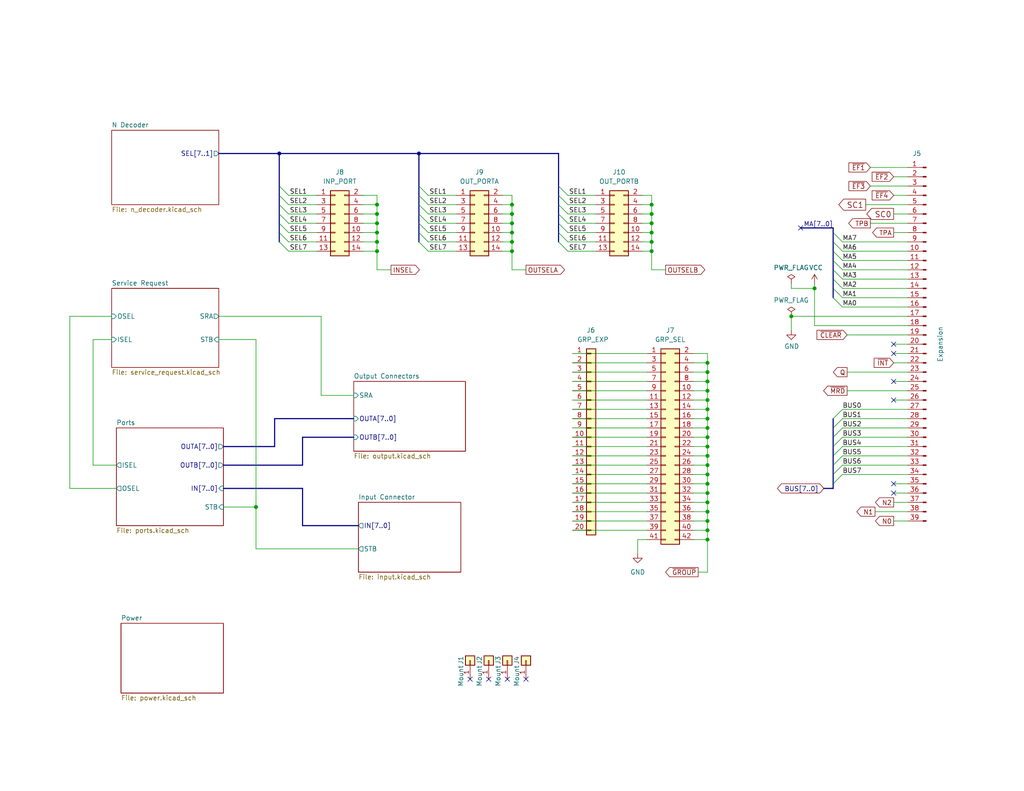
<source format=kicad_sch>
(kicad_sch (version 20211123) (generator eeschema)
  (paper "USLetter")
  (title_block (title "1802-Mini Parallel I/O"))
  (lib_symbols
    (symbol "Connector:Conn_01x39_Male" (pin_names (offset 1.016) hide)
      (property "Reference" "J" (at 0 50.8 0))
      (property "Value" "Conn_01x39_Male" (at 0 -50.8 0))
      (symbol "Conn_01x39_Male_1_1"
        (polyline (pts (xy 1.27 -48.26) (xy 0.8636 -48.26)) (stroke (width 0.1524)))
        (polyline (pts (xy 1.27 -45.72) (xy 0.8636 -45.72)) (stroke (width 0.1524)))
        (polyline (pts (xy 1.27 -43.18) (xy 0.8636 -43.18)) (stroke (width 0.1524)))
        (polyline (pts (xy 1.27 -40.64) (xy 0.8636 -40.64)) (stroke (width 0.1524)))
        (polyline (pts (xy 1.27 -38.1) (xy 0.8636 -38.1)) (stroke (width 0.1524)))
        (polyline (pts (xy 1.27 -35.56) (xy 0.8636 -35.56)) (stroke (width 0.1524)))
        (polyline (pts (xy 1.27 -33.02) (xy 0.8636 -33.02)) (stroke (width 0.1524)))
        (polyline (pts (xy 1.27 -30.48) (xy 0.8636 -30.48)) (stroke (width 0.1524)))
        (polyline (pts (xy 1.27 -27.94) (xy 0.8636 -27.94)) (stroke (width 0.1524)))
        (polyline (pts (xy 1.27 -25.4) (xy 0.8636 -25.4)) (stroke (width 0.1524)))
        (polyline (pts (xy 1.27 -22.86) (xy 0.8636 -22.86)) (stroke (width 0.1524)))
        (polyline (pts (xy 1.27 -20.32) (xy 0.8636 -20.32)) (stroke (width 0.1524)))
        (polyline (pts (xy 1.27 -17.78) (xy 0.8636 -17.78)) (stroke (width 0.1524)))
        (polyline (pts (xy 1.27 -15.24) (xy 0.8636 -15.24)) (stroke (width 0.1524)))
        (polyline (pts (xy 1.27 -12.7) (xy 0.8636 -12.7)) (stroke (width 0.1524)))
        (polyline (pts (xy 1.27 -10.16) (xy 0.8636 -10.16)) (stroke (width 0.1524)))
        (polyline (pts (xy 1.27 -7.62) (xy 0.8636 -7.62)) (stroke (width 0.1524)))
        (polyline (pts (xy 1.27 -5.08) (xy 0.8636 -5.08)) (stroke (width 0.1524)))
        (polyline (pts (xy 1.27 -2.54) (xy 0.8636 -2.54)) (stroke (width 0.1524)))
        (polyline (pts (xy 1.27 0) (xy 0.8636 0)) (stroke (width 0.1524)))
        (polyline (pts (xy 1.27 2.54) (xy 0.8636 2.54)) (stroke (width 0.1524)))
        (polyline (pts (xy 1.27 5.08) (xy 0.8636 5.08)) (stroke (width 0.1524)))
        (polyline (pts (xy 1.27 7.62) (xy 0.8636 7.62)) (stroke (width 0.1524)))
        (polyline (pts (xy 1.27 10.16) (xy 0.8636 10.16)) (stroke (width 0.1524)))
        (polyline (pts (xy 1.27 12.7) (xy 0.8636 12.7)) (stroke (width 0.1524)))
        (polyline (pts (xy 1.27 15.24) (xy 0.8636 15.24)) (stroke (width 0.1524)))
        (polyline (pts (xy 1.27 17.78) (xy 0.8636 17.78)) (stroke (width 0.1524)))
        (polyline (pts (xy 1.27 20.32) (xy 0.8636 20.32)) (stroke (width 0.1524)))
        (polyline (pts (xy 1.27 22.86) (xy 0.8636 22.86)) (stroke (width 0.1524)))
        (polyline (pts (xy 1.27 25.4) (xy 0.8636 25.4)) (stroke (width 0.1524)))
        (polyline (pts (xy 1.27 27.94) (xy 0.8636 27.94)) (stroke (width 0.1524)))
        (polyline (pts (xy 1.27 30.48) (xy 0.8636 30.48)) (stroke (width 0.1524)))
        (polyline (pts (xy 1.27 33.02) (xy 0.8636 33.02)) (stroke (width 0.1524)))
        (polyline (pts (xy 1.27 35.56) (xy 0.8636 35.56)) (stroke (width 0.1524)))
        (polyline (pts (xy 1.27 38.1) (xy 0.8636 38.1)) (stroke (width 0.1524)))
        (polyline (pts (xy 1.27 40.64) (xy 0.8636 40.64)) (stroke (width 0.1524)))
        (polyline (pts (xy 1.27 43.18) (xy 0.8636 43.18)) (stroke (width 0.1524)))
        (polyline (pts (xy 1.27 45.72) (xy 0.8636 45.72)) (stroke (width 0.1524)))
        (polyline (pts (xy 1.27 48.26) (xy 0.8636 48.26)) (stroke (width 0.1524)))
        (rectangle (start 0.8636 -48.133) (end 0 -48.387) (stroke (width 0.1524)) (fill (type outline)))
        (rectangle (start 0.8636 -45.593) (end 0 -45.847) (stroke (width 0.1524)) (fill (type outline)))
        (rectangle (start 0.8636 -43.053) (end 0 -43.307) (stroke (width 0.1524)) (fill (type outline)))
        (rectangle (start 0.8636 -40.513) (end 0 -40.767) (stroke (width 0.1524)) (fill (type outline)))
        (rectangle (start 0.8636 -37.973) (end 0 -38.227) (stroke (width 0.1524)) (fill (type outline)))
        (rectangle (start 0.8636 -35.433) (end 0 -35.687) (stroke (width 0.1524)) (fill (type outline)))
        (rectangle (start 0.8636 -32.893) (end 0 -33.147) (stroke (width 0.1524)) (fill (type outline)))
        (rectangle (start 0.8636 -30.353) (end 0 -30.607) (stroke (width 0.1524)) (fill (type outline)))
        (rectangle (start 0.8636 -27.813) (end 0 -28.067) (stroke (width 0.1524)) (fill (type outline)))
        (rectangle (start 0.8636 -25.273) (end 0 -25.527) (stroke (width 0.1524)) (fill (type outline)))
        (rectangle (start 0.8636 -22.733) (end 0 -22.987) (stroke (width 0.1524)) (fill (type outline)))
        (rectangle (start 0.8636 -20.193) (end 0 -20.447) (stroke (width 0.1524)) (fill (type outline)))
        (rectangle (start 0.8636 -17.653) (end 0 -17.907) (stroke (width 0.1524)) (fill (type outline)))
        (rectangle (start 0.8636 -15.113) (end 0 -15.367) (stroke (width 0.1524)) (fill (type outline)))
        (rectangle (start 0.8636 -12.573) (end 0 -12.827) (stroke (width 0.1524)) (fill (type outline)))
        (rectangle (start 0.8636 -10.033) (end 0 -10.287) (stroke (width 0.1524)) (fill (type outline)))
        (rectangle (start 0.8636 -7.493) (end 0 -7.747) (stroke (width 0.1524)) (fill (type outline)))
        (rectangle (start 0.8636 -4.953) (end 0 -5.207) (stroke (width 0.1524)) (fill (type outline)))
        (rectangle (start 0.8636 -2.413) (end 0 -2.667) (stroke (width 0.1524)) (fill (type outline)))
        (rectangle (start 0.8636 0.127) (end 0 -0.127) (stroke (width 0.1524)) (fill (type outline)))
        (rectangle (start 0.8636 2.667) (end 0 2.413) (stroke (width 0.1524)) (fill (type outline)))
        (rectangle (start 0.8636 5.207) (end 0 4.953) (stroke (width 0.1524)) (fill (type outline)))
        (rectangle (start 0.8636 7.747) (end 0 7.493) (stroke (width 0.1524)) (fill (type outline)))
        (rectangle (start 0.8636 10.287) (end 0 10.033) (stroke (width 0.1524)) (fill (type outline)))
        (rectangle (start 0.8636 12.827) (end 0 12.573) (stroke (width 0.1524)) (fill (type outline)))
        (rectangle (start 0.8636 15.367) (end 0 15.113) (stroke (width 0.1524)) (fill (type outline)))
        (rectangle (start 0.8636 17.907) (end 0 17.653) (stroke (width 0.1524)) (fill (type outline)))
        (rectangle (start 0.8636 20.447) (end 0 20.193) (stroke (width 0.1524)) (fill (type outline)))
        (rectangle (start 0.8636 22.987) (end 0 22.733) (stroke (width 0.1524)) (fill (type outline)))
        (rectangle (start 0.8636 25.527) (end 0 25.273) (stroke (width 0.1524)) (fill (type outline)))
        (rectangle (start 0.8636 28.067) (end 0 27.813) (stroke (width 0.1524)) (fill (type outline)))
        (rectangle (start 0.8636 30.607) (end 0 30.353) (stroke (width 0.1524)) (fill (type outline)))
        (rectangle (start 0.8636 33.147) (end 0 32.893) (stroke (width 0.1524)) (fill (type outline)))
        (rectangle (start 0.8636 35.687) (end 0 35.433) (stroke (width 0.1524)) (fill (type outline)))
        (rectangle (start 0.8636 38.227) (end 0 37.973) (stroke (width 0.1524)) (fill (type outline)))
        (rectangle (start 0.8636 40.767) (end 0 40.513) (stroke (width 0.1524)) (fill (type outline)))
        (rectangle (start 0.8636 43.307) (end 0 43.053) (stroke (width 0.1524)) (fill (type outline)))
        (rectangle (start 0.8636 45.847) (end 0 45.593) (stroke (width 0.1524)) (fill (type outline)))
        (rectangle (start 0.8636 48.387) (end 0 48.133) (stroke (width 0.1524)) (fill (type outline)))
        (pin passive line (at 5.08 48.26 180) (length 3.81) (name "Pin_1") (number "1"))
        (pin passive line (at 5.08 25.4 180) (length 3.81) (name "Pin_10") (number "10"))
        (pin passive line (at 5.08 22.86 180) (length 3.81) (name "Pin_11") (number "11"))
        (pin passive line (at 5.08 20.32 180) (length 3.81) (name "Pin_12") (number "12"))
        (pin passive line (at 5.08 17.78 180) (length 3.81) (name "Pin_13") (number "13"))
        (pin passive line (at 5.08 15.24 180) (length 3.81) (name "Pin_14") (number "14"))
        (pin passive line (at 5.08 12.7 180) (length 3.81) (name "Pin_15") (number "15"))
        (pin passive line (at 5.08 10.16 180) (length 3.81) (name "Pin_16") (number "16"))
        (pin passive line (at 5.08 7.62 180) (length 3.81) (name "Pin_17") (number "17"))
        (pin passive line (at 5.08 5.08 180) (length 3.81) (name "Pin_18") (number "18"))
        (pin passive line (at 5.08 2.54 180) (length 3.81) (name "Pin_19") (number "19"))
        (pin passive line (at 5.08 45.72 180) (length 3.81) (name "Pin_2") (number "2"))
        (pin passive line (at 5.08 0 180) (length 3.81) (name "Pin_20") (number "20"))
        (pin passive line (at 5.08 -2.54 180) (length 3.81) (name "Pin_21") (number "21"))
        (pin passive line (at 5.08 -5.08 180) (length 3.81) (name "Pin_22") (number "22"))
        (pin passive line (at 5.08 -7.62 180) (length 3.81) (name "Pin_23") (number "23"))
        (pin passive line (at 5.08 -10.16 180) (length 3.81) (name "Pin_24") (number "24"))
        (pin passive line (at 5.08 -12.7 180) (length 3.81) (name "Pin_25") (number "25"))
        (pin passive line (at 5.08 -15.24 180) (length 3.81) (name "Pin_26") (number "26"))
        (pin passive line (at 5.08 -17.78 180) (length 3.81) (name "Pin_27") (number "27"))
        (pin passive line (at 5.08 -20.32 180) (length 3.81) (name "Pin_28") (number "28"))
        (pin passive line (at 5.08 -22.86 180) (length 3.81) (name "Pin_29") (number "29"))
        (pin passive line (at 5.08 43.18 180) (length 3.81) (name "Pin_3") (number "3"))
        (pin passive line (at 5.08 -25.4 180) (length 3.81) (name "Pin_30") (number "30"))
        (pin passive line (at 5.08 -27.94 180) (length 3.81) (name "Pin_31") (number "31"))
        (pin passive line (at 5.08 -30.48 180) (length 3.81) (name "Pin_32") (number "32"))
        (pin passive line (at 5.08 -33.02 180) (length 3.81) (name "Pin_33") (number "33"))
        (pin passive line (at 5.08 -35.56 180) (length 3.81) (name "Pin_34") (number "34"))
        (pin passive line (at 5.08 -38.1 180) (length 3.81) (name "Pin_35") (number "35"))
        (pin passive line (at 5.08 -40.64 180) (length 3.81) (name "Pin_36") (number "36"))
        (pin passive line (at 5.08 -43.18 180) (length 3.81) (name "Pin_37") (number "37"))
        (pin passive line (at 5.08 -45.72 180) (length 3.81) (name "Pin_38") (number "38"))
        (pin passive line (at 5.08 -48.26 180) (length 3.81) (name "Pin_39") (number "39"))
        (pin passive line (at 5.08 40.64 180) (length 3.81) (name "Pin_4") (number "4"))
        (pin passive line (at 5.08 38.1 180) (length 3.81) (name "Pin_5") (number "5"))
        (pin passive line (at 5.08 35.56 180) (length 3.81) (name "Pin_6") (number "6"))
        (pin passive line (at 5.08 33.02 180) (length 3.81) (name "Pin_7") (number "7"))
        (pin passive line (at 5.08 30.48 180) (length 3.81) (name "Pin_8") (number "8"))
        (pin passive line (at 5.08 27.94 180) (length 3.81) (name "Pin_9") (number "9"))
      )
    )
    (symbol "Connector_Generic:Conn_01x01" (pin_names (offset 1.016) hide)
      (property "Reference" "J" (at 0 2.54 0))
      (property "Value" "Conn_01x01" (at 0 -2.54 0))
      (symbol "Conn_01x01_1_1"
        (rectangle (start -1.27 0.127) (end 0 -0.127) (stroke (width 0.1524)))
        (rectangle (start -1.27 1.27) (end 1.27 -1.27) (stroke (width 0.254)) (fill (type background)))
        (pin passive line (at -5.08 0 0) (length 3.81) (name "Pin_1") (number "1"))
      )
    )
    (symbol "Connector_Generic:Conn_01x20" (pin_names (offset 1.016) hide)
      (property "Reference" "J" (at 0 25.4 0))
      (property "Value" "Conn_01x20" (at 0 -27.94 0))
      (symbol "Conn_01x20_1_1"
        (rectangle (start -1.27 -25.273) (end 0 -25.527) (stroke (width 0.1524)))
        (rectangle (start -1.27 -22.733) (end 0 -22.987) (stroke (width 0.1524)))
        (rectangle (start -1.27 -20.193) (end 0 -20.447) (stroke (width 0.1524)))
        (rectangle (start -1.27 -17.653) (end 0 -17.907) (stroke (width 0.1524)))
        (rectangle (start -1.27 -15.113) (end 0 -15.367) (stroke (width 0.1524)))
        (rectangle (start -1.27 -12.573) (end 0 -12.827) (stroke (width 0.1524)))
        (rectangle (start -1.27 -10.033) (end 0 -10.287) (stroke (width 0.1524)))
        (rectangle (start -1.27 -7.493) (end 0 -7.747) (stroke (width 0.1524)))
        (rectangle (start -1.27 -4.953) (end 0 -5.207) (stroke (width 0.1524)))
        (rectangle (start -1.27 -2.413) (end 0 -2.667) (stroke (width 0.1524)))
        (rectangle (start -1.27 0.127) (end 0 -0.127) (stroke (width 0.1524)))
        (rectangle (start -1.27 2.667) (end 0 2.413) (stroke (width 0.1524)))
        (rectangle (start -1.27 5.207) (end 0 4.953) (stroke (width 0.1524)))
        (rectangle (start -1.27 7.747) (end 0 7.493) (stroke (width 0.1524)))
        (rectangle (start -1.27 10.287) (end 0 10.033) (stroke (width 0.1524)))
        (rectangle (start -1.27 12.827) (end 0 12.573) (stroke (width 0.1524)))
        (rectangle (start -1.27 15.367) (end 0 15.113) (stroke (width 0.1524)))
        (rectangle (start -1.27 17.907) (end 0 17.653) (stroke (width 0.1524)))
        (rectangle (start -1.27 20.447) (end 0 20.193) (stroke (width 0.1524)))
        (rectangle (start -1.27 22.987) (end 0 22.733) (stroke (width 0.1524)))
        (rectangle (start -1.27 24.13) (end 1.27 -26.67) (stroke (width 0.254)) (fill (type background)))
        (pin passive line (at -5.08 22.86 0) (length 3.81) (name "Pin_1") (number "1"))
        (pin passive line (at -5.08 0 0) (length 3.81) (name "Pin_10") (number "10"))
        (pin passive line (at -5.08 -2.54 0) (length 3.81) (name "Pin_11") (number "11"))
        (pin passive line (at -5.08 -5.08 0) (length 3.81) (name "Pin_12") (number "12"))
        (pin passive line (at -5.08 -7.62 0) (length 3.81) (name "Pin_13") (number "13"))
        (pin passive line (at -5.08 -10.16 0) (length 3.81) (name "Pin_14") (number "14"))
        (pin passive line (at -5.08 -12.7 0) (length 3.81) (name "Pin_15") (number "15"))
        (pin passive line (at -5.08 -15.24 0) (length 3.81) (name "Pin_16") (number "16"))
        (pin passive line (at -5.08 -17.78 0) (length 3.81) (name "Pin_17") (number "17"))
        (pin passive line (at -5.08 -20.32 0) (length 3.81) (name "Pin_18") (number "18"))
        (pin passive line (at -5.08 -22.86 0) (length 3.81) (name "Pin_19") (number "19"))
        (pin passive line (at -5.08 20.32 0) (length 3.81) (name "Pin_2") (number "2"))
        (pin passive line (at -5.08 -25.4 0) (length 3.81) (name "Pin_20") (number "20"))
        (pin passive line (at -5.08 17.78 0) (length 3.81) (name "Pin_3") (number "3"))
        (pin passive line (at -5.08 15.24 0) (length 3.81) (name "Pin_4") (number "4"))
        (pin passive line (at -5.08 12.7 0) (length 3.81) (name "Pin_5") (number "5"))
        (pin passive line (at -5.08 10.16 0) (length 3.81) (name "Pin_6") (number "6"))
        (pin passive line (at -5.08 7.62 0) (length 3.81) (name "Pin_7") (number "7"))
        (pin passive line (at -5.08 5.08 0) (length 3.81) (name "Pin_8") (number "8"))
        (pin passive line (at -5.08 2.54 0) (length 3.81) (name "Pin_9") (number "9"))
      )
    )
    (symbol "Connector_Generic:Conn_02x07_Odd_Even" (pin_names (offset 1.016) hide)
      (property "Reference" "J" (at 1.27 10.16 0))
      (property "Value" "Conn_02x07_Odd_Even" (at 1.27 -10.16 0))
      (symbol "Conn_02x07_Odd_Even_1_1"
        (rectangle (start -1.27 -7.493) (end 0 -7.747) (stroke (width 0.1524)))
        (rectangle (start -1.27 -4.953) (end 0 -5.207) (stroke (width 0.1524)))
        (rectangle (start -1.27 -2.413) (end 0 -2.667) (stroke (width 0.1524)))
        (rectangle (start -1.27 0.127) (end 0 -0.127) (stroke (width 0.1524)))
        (rectangle (start -1.27 2.667) (end 0 2.413) (stroke (width 0.1524)))
        (rectangle (start -1.27 5.207) (end 0 4.953) (stroke (width 0.1524)))
        (rectangle (start -1.27 7.747) (end 0 7.493) (stroke (width 0.1524)))
        (rectangle (start -1.27 8.89) (end 3.81 -8.89) (stroke (width 0.254)) (fill (type background)))
        (rectangle (start 3.81 -7.493) (end 2.54 -7.747) (stroke (width 0.1524)))
        (rectangle (start 3.81 -4.953) (end 2.54 -5.207) (stroke (width 0.1524)))
        (rectangle (start 3.81 -2.413) (end 2.54 -2.667) (stroke (width 0.1524)))
        (rectangle (start 3.81 0.127) (end 2.54 -0.127) (stroke (width 0.1524)))
        (rectangle (start 3.81 2.667) (end 2.54 2.413) (stroke (width 0.1524)))
        (rectangle (start 3.81 5.207) (end 2.54 4.953) (stroke (width 0.1524)))
        (rectangle (start 3.81 7.747) (end 2.54 7.493) (stroke (width 0.1524)))
        (pin passive line (at -5.08 7.62 0) (length 3.81) (name "Pin_1") (number "1"))
        (pin passive line (at 7.62 -2.54 180) (length 3.81) (name "Pin_10") (number "10"))
        (pin passive line (at -5.08 -5.08 0) (length 3.81) (name "Pin_11") (number "11"))
        (pin passive line (at 7.62 -5.08 180) (length 3.81) (name "Pin_12") (number "12"))
        (pin passive line (at -5.08 -7.62 0) (length 3.81) (name "Pin_13") (number "13"))
        (pin passive line (at 7.62 -7.62 180) (length 3.81) (name "Pin_14") (number "14"))
        (pin passive line (at 7.62 7.62 180) (length 3.81) (name "Pin_2") (number "2"))
        (pin passive line (at -5.08 5.08 0) (length 3.81) (name "Pin_3") (number "3"))
        (pin passive line (at 7.62 5.08 180) (length 3.81) (name "Pin_4") (number "4"))
        (pin passive line (at -5.08 2.54 0) (length 3.81) (name "Pin_5") (number "5"))
        (pin passive line (at 7.62 2.54 180) (length 3.81) (name "Pin_6") (number "6"))
        (pin passive line (at -5.08 0 0) (length 3.81) (name "Pin_7") (number "7"))
        (pin passive line (at 7.62 0 180) (length 3.81) (name "Pin_8") (number "8"))
        (pin passive line (at -5.08 -2.54 0) (length 3.81) (name "Pin_9") (number "9"))
      )
    )
    (symbol "Connector_Generic:Conn_02x21_Odd_Even" (pin_names (offset 1.016) hide)
      (property "Reference" "J" (at 1.27 27.94 0))
      (property "Value" "Conn_02x21_Odd_Even" (at 1.27 -27.94 0))
      (symbol "Conn_02x21_Odd_Even_1_1"
        (rectangle (start -1.27 -25.273) (end 0 -25.527) (stroke (width 0.1524)))
        (rectangle (start -1.27 -22.733) (end 0 -22.987) (stroke (width 0.1524)))
        (rectangle (start -1.27 -20.193) (end 0 -20.447) (stroke (width 0.1524)))
        (rectangle (start -1.27 -17.653) (end 0 -17.907) (stroke (width 0.1524)))
        (rectangle (start -1.27 -15.113) (end 0 -15.367) (stroke (width 0.1524)))
        (rectangle (start -1.27 -12.573) (end 0 -12.827) (stroke (width 0.1524)))
        (rectangle (start -1.27 -10.033) (end 0 -10.287) (stroke (width 0.1524)))
        (rectangle (start -1.27 -7.493) (end 0 -7.747) (stroke (width 0.1524)))
        (rectangle (start -1.27 -4.953) (end 0 -5.207) (stroke (width 0.1524)))
        (rectangle (start -1.27 -2.413) (end 0 -2.667) (stroke (width 0.1524)))
        (rectangle (start -1.27 0.127) (end 0 -0.127) (stroke (width 0.1524)))
        (rectangle (start -1.27 2.667) (end 0 2.413) (stroke (width 0.1524)))
        (rectangle (start -1.27 5.207) (end 0 4.953) (stroke (width 0.1524)))
        (rectangle (start -1.27 7.747) (end 0 7.493) (stroke (width 0.1524)))
        (rectangle (start -1.27 10.287) (end 0 10.033) (stroke (width 0.1524)))
        (rectangle (start -1.27 12.827) (end 0 12.573) (stroke (width 0.1524)))
        (rectangle (start -1.27 15.367) (end 0 15.113) (stroke (width 0.1524)))
        (rectangle (start -1.27 17.907) (end 0 17.653) (stroke (width 0.1524)))
        (rectangle (start -1.27 20.447) (end 0 20.193) (stroke (width 0.1524)))
        (rectangle (start -1.27 22.987) (end 0 22.733) (stroke (width 0.1524)))
        (rectangle (start -1.27 25.527) (end 0 25.273) (stroke (width 0.1524)))
        (rectangle (start -1.27 26.67) (end 3.81 -26.67) (stroke (width 0.254)) (fill (type background)))
        (rectangle (start 3.81 -25.273) (end 2.54 -25.527) (stroke (width 0.1524)))
        (rectangle (start 3.81 -22.733) (end 2.54 -22.987) (stroke (width 0.1524)))
        (rectangle (start 3.81 -20.193) (end 2.54 -20.447) (stroke (width 0.1524)))
        (rectangle (start 3.81 -17.653) (end 2.54 -17.907) (stroke (width 0.1524)))
        (rectangle (start 3.81 -15.113) (end 2.54 -15.367) (stroke (width 0.1524)))
        (rectangle (start 3.81 -12.573) (end 2.54 -12.827) (stroke (width 0.1524)))
        (rectangle (start 3.81 -10.033) (end 2.54 -10.287) (stroke (width 0.1524)))
        (rectangle (start 3.81 -7.493) (end 2.54 -7.747) (stroke (width 0.1524)))
        (rectangle (start 3.81 -4.953) (end 2.54 -5.207) (stroke (width 0.1524)))
        (rectangle (start 3.81 -2.413) (end 2.54 -2.667) (stroke (width 0.1524)))
        (rectangle (start 3.81 0.127) (end 2.54 -0.127) (stroke (width 0.1524)))
        (rectangle (start 3.81 2.667) (end 2.54 2.413) (stroke (width 0.1524)))
        (rectangle (start 3.81 5.207) (end 2.54 4.953) (stroke (width 0.1524)))
        (rectangle (start 3.81 7.747) (end 2.54 7.493) (stroke (width 0.1524)))
        (rectangle (start 3.81 10.287) (end 2.54 10.033) (stroke (width 0.1524)))
        (rectangle (start 3.81 12.827) (end 2.54 12.573) (stroke (width 0.1524)))
        (rectangle (start 3.81 15.367) (end 2.54 15.113) (stroke (width 0.1524)))
        (rectangle (start 3.81 17.907) (end 2.54 17.653) (stroke (width 0.1524)))
        (rectangle (start 3.81 20.447) (end 2.54 20.193) (stroke (width 0.1524)))
        (rectangle (start 3.81 22.987) (end 2.54 22.733) (stroke (width 0.1524)))
        (rectangle (start 3.81 25.527) (end 2.54 25.273) (stroke (width 0.1524)))
        (pin passive line (at -5.08 25.4 0) (length 3.81) (name "Pin_1") (number "1"))
        (pin passive line (at 7.62 15.24 180) (length 3.81) (name "Pin_10") (number "10"))
        (pin passive line (at -5.08 12.7 0) (length 3.81) (name "Pin_11") (number "11"))
        (pin passive line (at 7.62 12.7 180) (length 3.81) (name "Pin_12") (number "12"))
        (pin passive line (at -5.08 10.16 0) (length 3.81) (name "Pin_13") (number "13"))
        (pin passive line (at 7.62 10.16 180) (length 3.81) (name "Pin_14") (number "14"))
        (pin passive line (at -5.08 7.62 0) (length 3.81) (name "Pin_15") (number "15"))
        (pin passive line (at 7.62 7.62 180) (length 3.81) (name "Pin_16") (number "16"))
        (pin passive line (at -5.08 5.08 0) (length 3.81) (name "Pin_17") (number "17"))
        (pin passive line (at 7.62 5.08 180) (length 3.81) (name "Pin_18") (number "18"))
        (pin passive line (at -5.08 2.54 0) (length 3.81) (name "Pin_19") (number "19"))
        (pin passive line (at 7.62 25.4 180) (length 3.81) (name "Pin_2") (number "2"))
        (pin passive line (at 7.62 2.54 180) (length 3.81) (name "Pin_20") (number "20"))
        (pin passive line (at -5.08 0 0) (length 3.81) (name "Pin_21") (number "21"))
        (pin passive line (at 7.62 0 180) (length 3.81) (name "Pin_22") (number "22"))
        (pin passive line (at -5.08 -2.54 0) (length 3.81) (name "Pin_23") (number "23"))
        (pin passive line (at 7.62 -2.54 180) (length 3.81) (name "Pin_24") (number "24"))
        (pin passive line (at -5.08 -5.08 0) (length 3.81) (name "Pin_25") (number "25"))
        (pin passive line (at 7.62 -5.08 180) (length 3.81) (name "Pin_26") (number "26"))
        (pin passive line (at -5.08 -7.62 0) (length 3.81) (name "Pin_27") (number "27"))
        (pin passive line (at 7.62 -7.62 180) (length 3.81) (name "Pin_28") (number "28"))
        (pin passive line (at -5.08 -10.16 0) (length 3.81) (name "Pin_29") (number "29"))
        (pin passive line (at -5.08 22.86 0) (length 3.81) (name "Pin_3") (number "3"))
        (pin passive line (at 7.62 -10.16 180) (length 3.81) (name "Pin_30") (number "30"))
        (pin passive line (at -5.08 -12.7 0) (length 3.81) (name "Pin_31") (number "31"))
        (pin passive line (at 7.62 -12.7 180) (length 3.81) (name "Pin_32") (number "32"))
        (pin passive line (at -5.08 -15.24 0) (length 3.81) (name "Pin_33") (number "33"))
        (pin passive line (at 7.62 -15.24 180) (length 3.81) (name "Pin_34") (number "34"))
        (pin passive line (at -5.08 -17.78 0) (length 3.81) (name "Pin_35") (number "35"))
        (pin passive line (at 7.62 -17.78 180) (length 3.81) (name "Pin_36") (number "36"))
        (pin passive line (at -5.08 -20.32 0) (length 3.81) (name "Pin_37") (number "37"))
        (pin passive line (at 7.62 -20.32 180) (length 3.81) (name "Pin_38") (number "38"))
        (pin passive line (at -5.08 -22.86 0) (length 3.81) (name "Pin_39") (number "39"))
        (pin passive line (at 7.62 22.86 180) (length 3.81) (name "Pin_4") (number "4"))
        (pin passive line (at 7.62 -22.86 180) (length 3.81) (name "Pin_40") (number "40"))
        (pin passive line (at -5.08 -25.4 0) (length 3.81) (name "Pin_41") (number "41"))
        (pin passive line (at 7.62 -25.4 180) (length 3.81) (name "Pin_42") (number "42"))
        (pin passive line (at -5.08 20.32 0) (length 3.81) (name "Pin_5") (number "5"))
        (pin passive line (at 7.62 20.32 180) (length 3.81) (name "Pin_6") (number "6"))
        (pin passive line (at -5.08 17.78 0) (length 3.81) (name "Pin_7") (number "7"))
        (pin passive line (at 7.62 17.78 180) (length 3.81) (name "Pin_8") (number "8"))
        (pin passive line (at -5.08 15.24 0) (length 3.81) (name "Pin_9") (number "9"))
      )
    )
    (symbol "power:GND" (power) (pin_names (offset 0))
      (property "Value" "GND" (at 0 -3.81 0))
      (symbol "GND_0_1"
        (polyline (pts (xy 0 0) (xy 0 -1.27) (xy 1.27 -1.27) (xy 0 -2.54) (xy -1.27 -1.27) (xy 0 -1.27)))
      )
      (symbol "GND_1_1"
        (pin power_in line (at 0 0 270) (length 0) hide (name "GND") (number "1"))
      )
    )
    (symbol "power:PWR_FLAG" (power) (pin_numbers hide) (pin_names (offset 0) hide)
      (property "Value" "PWR_FLAG" (at 0 3.81 0))
      (symbol "PWR_FLAG_0_0"
        (pin power_out line (at 0 0 90) (length 0) (name "pwr") (number "1"))
      )
      (symbol "PWR_FLAG_0_1"
        (polyline (pts (xy 0 0) (xy 0 1.27) (xy -1.016 1.905) (xy 0 2.54) (xy 1.016 1.905) (xy 0 1.27)))
      )
    )
    (symbol "power:VCC" (power) (pin_names (offset 0))
      (property "Value" "VCC" (at 0 3.81 0))
      (symbol "VCC_0_1"
        (polyline (pts (xy -0.762 1.27) (xy 0 2.54)))
        (polyline (pts (xy 0 0) (xy 0 2.54)))
        (polyline (pts (xy 0 2.54) (xy 0.762 1.27)))
      )
      (symbol "VCC_1_1"
        (pin power_in line (at 0 0 90) (length 0) hide (name "VCC") (number "1"))
      )
    )
  )
  (junction (at 193.04 142.24))
  (junction (at 102.87 60.96))
  (junction (at 193.04 134.62))
  (junction (at 193.04 99.06))
  (junction (at 177.8 63.5))
  (junction (at 193.04 116.84))
  (junction (at 139.7 55.88))
  (junction (at 193.04 101.6))
  (junction (at 139.7 68.58))
  (junction (at 193.04 132.08))
  (junction (at 114.3 41.91))
  (junction (at 102.87 68.58))
  (junction (at 193.04 119.38))
  (junction (at 69.85 138.43))
  (junction (at 177.8 60.96))
  (junction (at 193.04 109.22))
  (junction (at 102.87 63.5))
  (junction (at 193.04 129.54))
  (junction (at 193.04 124.46))
  (junction (at 139.7 58.42))
  (junction (at 193.04 139.7))
  (junction (at 76.2 41.91))
  (junction (at 102.87 55.88))
  (junction (at 193.04 147.32))
  (junction (at 177.8 66.04))
  (junction (at 193.04 121.92))
  (junction (at 193.04 144.78))
  (junction (at 193.04 111.76))
  (junction (at 193.04 106.68))
  (junction (at 222.25 78.74))
  (junction (at 139.7 66.04))
  (junction (at 139.7 63.5))
  (junction (at 102.87 58.42))
  (junction (at 139.7 60.96))
  (junction (at 177.8 55.88))
  (junction (at 193.04 127))
  (junction (at 193.04 114.3))
  (junction (at 177.8 58.42))
  (junction (at 215.9 86.36))
  (junction (at 177.8 68.58))
  (junction (at 102.87 66.04))
  (junction (at 193.04 137.16))
  (junction (at 193.04 104.14))
  (no_connect (at 243.84 134.62))
  (no_connect (at 243.84 132.08))
  (no_connect (at 243.84 93.98))
  (no_connect (at 243.84 109.22))
  (no_connect (at 243.84 96.52))
  (no_connect (at 218.44 62.23))
  (no_connect (at 143.51 185.42))
  (no_connect (at 138.43 185.42))
  (no_connect (at 133.35 185.42))
  (no_connect (at 128.27 185.42))
  (no_connect (at 243.84 104.14))
  (bus_entry (at 227.33 116.84) (size 2.54 -2.54))
  (bus_entry (at 152.4 66.04) (size 2.54 2.54))
  (bus_entry (at 227.33 73.66) (size 2.54 2.54))
  (bus_entry (at 76.2 50.8) (size 2.54 2.54))
  (bus_entry (at 76.2 60.96) (size 2.54 2.54))
  (bus_entry (at 76.2 63.5) (size 2.54 2.54))
  (bus_entry (at 76.2 66.04) (size 2.54 2.54))
  (bus_entry (at 76.2 55.88) (size 2.54 2.54))
  (bus_entry (at 76.2 58.42) (size 2.54 2.54))
  (bus_entry (at 76.2 53.34) (size 2.54 2.54))
  (bus_entry (at 227.33 76.2) (size 2.54 2.54))
  (bus_entry (at 227.33 81.28) (size 2.54 2.54))
  (bus_entry (at 227.33 124.46) (size 2.54 -2.54))
  (bus_entry (at 227.33 132.08) (size 2.54 -2.54))
  (bus_entry (at 152.4 60.96) (size 2.54 2.54))
  (bus_entry (at 114.3 58.42) (size 2.54 2.54))
  (bus_entry (at 114.3 55.88) (size 2.54 2.54))
  (bus_entry (at 114.3 60.96) (size 2.54 2.54))
  (bus_entry (at 114.3 66.04) (size 2.54 2.54))
  (bus_entry (at 114.3 63.5) (size 2.54 2.54))
  (bus_entry (at 114.3 53.34) (size 2.54 2.54))
  (bus_entry (at 114.3 50.8) (size 2.54 2.54))
  (bus_entry (at 227.33 129.54) (size 2.54 -2.54))
  (bus_entry (at 227.33 63.5) (size 2.54 2.54))
  (bus_entry (at 227.33 71.12) (size 2.54 2.54))
  (bus_entry (at 227.33 114.3) (size 2.54 -2.54))
  (bus_entry (at 227.33 66.04) (size 2.54 2.54))
  (bus_entry (at 152.4 58.42) (size 2.54 2.54))
  (bus_entry (at 227.33 119.38) (size 2.54 -2.54))
  (bus_entry (at 227.33 127) (size 2.54 -2.54))
  (bus_entry (at 227.33 78.74) (size 2.54 2.54))
  (bus_entry (at 152.4 63.5) (size 2.54 2.54))
  (bus_entry (at 152.4 53.34) (size 2.54 2.54))
  (bus_entry (at 152.4 55.88) (size 2.54 2.54))
  (bus_entry (at 152.4 50.8) (size 2.54 2.54))
  (bus_entry (at 227.33 68.58) (size 2.54 2.54))
  (bus_entry (at 227.33 121.92) (size 2.54 -2.54))
  (wire (pts (xy 243.84 63.5) (xy 247.65 63.5)))
  (bus (pts (xy 227.33 71.12) (xy 227.33 73.66)))
  (wire (pts (xy 116.84 63.5) (xy 124.46 63.5)))
  (wire (pts (xy 156.21 127) (xy 176.53 127)))
  (wire (pts (xy 156.21 106.68) (xy 176.53 106.68)))
  (wire (pts (xy 177.8 53.34) (xy 177.8 55.88)))
  (wire (pts (xy 231.14 106.68) (xy 247.65 106.68)))
  (wire (pts (xy 154.94 58.42) (xy 162.56 58.42)))
  (bus (pts (xy 114.3 60.96) (xy 114.3 63.5)))
  (wire (pts (xy 116.84 68.58) (xy 124.46 68.58)))
  (wire (pts (xy 237.49 45.72) (xy 247.65 45.72)))
  (wire (pts (xy 215.9 86.36) (xy 215.9 90.17)))
  (wire (pts (xy 229.87 121.92) (xy 247.65 121.92)))
  (wire (pts (xy 189.23 129.54) (xy 193.04 129.54)))
  (wire (pts (xy 231.14 91.44) (xy 247.65 91.44)))
  (wire (pts (xy 189.23 101.6) (xy 193.04 101.6)))
  (wire (pts (xy 236.22 55.88) (xy 247.65 55.88)))
  (wire (pts (xy 154.94 66.04) (xy 162.56 66.04)))
  (wire (pts (xy 137.16 60.96) (xy 139.7 60.96)))
  (wire (pts (xy 193.04 101.6) (xy 193.04 104.14)))
  (wire (pts (xy 156.21 121.92) (xy 176.53 121.92)))
  (wire (pts (xy 175.26 53.34) (xy 177.8 53.34)))
  (wire (pts (xy 175.26 66.04) (xy 177.8 66.04)))
  (wire (pts (xy 193.04 116.84) (xy 193.04 119.38)))
  (wire (pts (xy 175.26 58.42) (xy 177.8 58.42)))
  (wire (pts (xy 156.21 116.84) (xy 176.53 116.84)))
  (wire (pts (xy 222.25 78.74) (xy 222.25 88.9)))
  (wire (pts (xy 247.65 86.36) (xy 215.9 86.36)))
  (bus (pts (xy 76.2 58.42) (xy 76.2 60.96)))
  (wire (pts (xy 229.87 114.3) (xy 247.65 114.3)))
  (wire (pts (xy 243.84 99.06) (xy 247.65 99.06)))
  (wire (pts (xy 229.87 76.2) (xy 247.65 76.2)))
  (wire (pts (xy 156.21 137.16) (xy 176.53 137.16)))
  (wire (pts (xy 116.84 53.34) (xy 124.46 53.34)))
  (wire (pts (xy 193.04 121.92) (xy 193.04 124.46)))
  (bus (pts (xy 152.4 63.5) (xy 152.4 66.04)))
  (wire (pts (xy 99.06 66.04) (xy 102.87 66.04)))
  (wire (pts (xy 69.85 92.71) (xy 69.85 138.43)))
  (wire (pts (xy 175.26 63.5) (xy 177.8 63.5)))
  (wire (pts (xy 137.16 53.34) (xy 139.7 53.34)))
  (wire (pts (xy 156.21 124.46) (xy 176.53 124.46)))
  (wire (pts (xy 116.84 55.88) (xy 124.46 55.88)))
  (wire (pts (xy 60.96 138.43) (xy 69.85 138.43)))
  (wire (pts (xy 193.04 114.3) (xy 193.04 116.84)))
  (wire (pts (xy 99.06 63.5) (xy 102.87 63.5)))
  (wire (pts (xy 156.21 101.6) (xy 176.53 101.6)))
  (wire (pts (xy 193.04 127) (xy 193.04 129.54)))
  (wire (pts (xy 243.84 109.22) (xy 247.65 109.22)))
  (wire (pts (xy 137.16 63.5) (xy 139.7 63.5)))
  (wire (pts (xy 243.84 104.14) (xy 247.65 104.14)))
  (wire (pts (xy 69.85 149.86) (xy 97.79 149.86)))
  (wire (pts (xy 177.8 68.58) (xy 177.8 73.66)))
  (wire (pts (xy 189.23 109.22) (xy 193.04 109.22)))
  (bus (pts (xy 227.33 119.38) (xy 227.33 121.92)))
  (wire (pts (xy 229.87 81.28) (xy 247.65 81.28)))
  (wire (pts (xy 102.87 63.5) (xy 102.87 66.04)))
  (wire (pts (xy 78.74 68.58) (xy 86.36 68.58)))
  (wire (pts (xy 173.99 147.32) (xy 176.53 147.32)))
  (wire (pts (xy 243.84 96.52) (xy 247.65 96.52)))
  (wire (pts (xy 156.21 139.7) (xy 176.53 139.7)))
  (wire (pts (xy 19.05 86.36) (xy 30.48 86.36)))
  (wire (pts (xy 229.87 71.12) (xy 247.65 71.12)))
  (wire (pts (xy 177.8 63.5) (xy 177.8 66.04)))
  (wire (pts (xy 99.06 68.58) (xy 102.87 68.58)))
  (bus (pts (xy 60.96 121.92) (xy 74.93 121.92)))
  (bus (pts (xy 227.33 114.3) (xy 227.33 116.84)))
  (wire (pts (xy 189.23 121.92) (xy 193.04 121.92)))
  (wire (pts (xy 189.23 144.78) (xy 193.04 144.78)))
  (bus (pts (xy 59.69 41.91) (xy 76.2 41.91)))
  (wire (pts (xy 193.04 139.7) (xy 193.04 142.24)))
  (bus (pts (xy 76.2 60.96) (xy 76.2 63.5)))
  (wire (pts (xy 243.84 48.26) (xy 247.65 48.26)))
  (wire (pts (xy 116.84 66.04) (xy 124.46 66.04)))
  (bus (pts (xy 76.2 55.88) (xy 76.2 58.42)))
  (wire (pts (xy 139.7 63.5) (xy 139.7 66.04)))
  (bus (pts (xy 76.2 41.91) (xy 114.3 41.91)))
  (wire (pts (xy 137.16 55.88) (xy 139.7 55.88)))
  (wire (pts (xy 139.7 60.96) (xy 139.7 63.5)))
  (bus (pts (xy 227.33 121.92) (xy 227.33 124.46)))
  (wire (pts (xy 175.26 55.88) (xy 177.8 55.88)))
  (wire (pts (xy 156.21 132.08) (xy 176.53 132.08)))
  (wire (pts (xy 139.7 53.34) (xy 139.7 55.88)))
  (wire (pts (xy 189.23 134.62) (xy 193.04 134.62)))
  (bus (pts (xy 74.93 121.92) (xy 74.93 114.3)))
  (bus (pts (xy 227.33 129.54) (xy 227.33 132.08)))
  (wire (pts (xy 229.87 68.58) (xy 247.65 68.58)))
  (wire (pts (xy 156.21 96.52) (xy 176.53 96.52)))
  (bus (pts (xy 82.55 143.51) (xy 97.79 143.51)))
  (wire (pts (xy 193.04 137.16) (xy 193.04 139.7)))
  (wire (pts (xy 102.87 53.34) (xy 102.87 55.88)))
  (bus (pts (xy 227.33 73.66) (xy 227.33 76.2)))
  (bus (pts (xy 74.93 114.3) (xy 96.52 114.3)))
  (wire (pts (xy 78.74 55.88) (xy 86.36 55.88)))
  (wire (pts (xy 215.9 77.47) (xy 215.9 78.74)))
  (wire (pts (xy 229.87 119.38) (xy 247.65 119.38)))
  (bus (pts (xy 76.2 63.5) (xy 76.2 66.04)))
  (wire (pts (xy 116.84 58.42) (xy 124.46 58.42)))
  (wire (pts (xy 19.05 133.35) (xy 19.05 86.36)))
  (wire (pts (xy 193.04 111.76) (xy 193.04 114.3)))
  (wire (pts (xy 229.87 127) (xy 247.65 127)))
  (wire (pts (xy 87.63 107.95) (xy 96.52 107.95)))
  (bus (pts (xy 227.33 76.2) (xy 227.33 78.74)))
  (wire (pts (xy 78.74 58.42) (xy 86.36 58.42)))
  (wire (pts (xy 189.23 124.46) (xy 193.04 124.46)))
  (wire (pts (xy 156.21 129.54) (xy 176.53 129.54)))
  (bus (pts (xy 82.55 133.35) (xy 82.55 143.51)))
  (bus (pts (xy 152.4 53.34) (xy 152.4 55.88)))
  (wire (pts (xy 229.87 66.04) (xy 247.65 66.04)))
  (wire (pts (xy 189.23 142.24) (xy 193.04 142.24)))
  (wire (pts (xy 173.99 147.32) (xy 173.99 151.13)))
  (wire (pts (xy 193.04 104.14) (xy 193.04 106.68)))
  (wire (pts (xy 137.16 66.04) (xy 139.7 66.04)))
  (wire (pts (xy 190.5 156.21) (xy 193.04 156.21)))
  (wire (pts (xy 193.04 132.08) (xy 193.04 134.62)))
  (wire (pts (xy 139.7 55.88) (xy 139.7 58.42)))
  (wire (pts (xy 229.87 83.82) (xy 247.65 83.82)))
  (wire (pts (xy 87.63 86.36) (xy 87.63 107.95)))
  (wire (pts (xy 237.49 60.96) (xy 247.65 60.96)))
  (wire (pts (xy 99.06 58.42) (xy 102.87 58.42)))
  (wire (pts (xy 193.04 124.46) (xy 193.04 127)))
  (wire (pts (xy 177.8 66.04) (xy 177.8 68.58)))
  (bus (pts (xy 114.3 41.91) (xy 152.4 41.91)))
  (wire (pts (xy 139.7 73.66) (xy 143.51 73.66)))
  (wire (pts (xy 25.4 92.71) (xy 30.48 92.71)))
  (wire (pts (xy 189.23 139.7) (xy 193.04 139.7)))
  (wire (pts (xy 222.25 77.47) (xy 222.25 78.74)))
  (wire (pts (xy 193.04 99.06) (xy 193.04 101.6)))
  (bus (pts (xy 218.44 62.23) (xy 227.33 62.23)))
  (wire (pts (xy 229.87 78.74) (xy 247.65 78.74)))
  (wire (pts (xy 99.06 60.96) (xy 102.87 60.96)))
  (wire (pts (xy 78.74 53.34) (xy 86.36 53.34)))
  (bus (pts (xy 227.33 78.74) (xy 227.33 81.28)))
  (wire (pts (xy 31.75 133.35) (xy 19.05 133.35)))
  (wire (pts (xy 78.74 66.04) (xy 86.36 66.04)))
  (wire (pts (xy 189.23 127) (xy 193.04 127)))
  (wire (pts (xy 189.23 119.38) (xy 193.04 119.38)))
  (bus (pts (xy 152.4 60.96) (xy 152.4 63.5)))
  (wire (pts (xy 238.76 139.7) (xy 247.65 139.7)))
  (wire (pts (xy 156.21 144.78) (xy 176.53 144.78)))
  (wire (pts (xy 243.84 58.42) (xy 247.65 58.42)))
  (bus (pts (xy 114.3 55.88) (xy 114.3 58.42)))
  (wire (pts (xy 189.23 96.52) (xy 193.04 96.52)))
  (bus (pts (xy 227.33 68.58) (xy 227.33 71.12)))
  (wire (pts (xy 229.87 116.84) (xy 247.65 116.84)))
  (wire (pts (xy 189.23 111.76) (xy 193.04 111.76)))
  (wire (pts (xy 102.87 66.04) (xy 102.87 68.58)))
  (wire (pts (xy 175.26 60.96) (xy 177.8 60.96)))
  (wire (pts (xy 193.04 96.52) (xy 193.04 99.06)))
  (bus (pts (xy 114.3 63.5) (xy 114.3 66.04)))
  (wire (pts (xy 102.87 73.66) (xy 106.68 73.66)))
  (wire (pts (xy 139.7 68.58) (xy 139.7 73.66)))
  (bus (pts (xy 76.2 50.8) (xy 76.2 53.34)))
  (wire (pts (xy 177.8 60.96) (xy 177.8 63.5)))
  (wire (pts (xy 189.23 116.84) (xy 193.04 116.84)))
  (wire (pts (xy 222.25 88.9) (xy 247.65 88.9)))
  (wire (pts (xy 139.7 58.42) (xy 139.7 60.96)))
  (bus (pts (xy 227.33 116.84) (xy 227.33 119.38)))
  (wire (pts (xy 175.26 68.58) (xy 177.8 68.58)))
  (wire (pts (xy 137.16 58.42) (xy 139.7 58.42)))
  (bus (pts (xy 152.4 50.8) (xy 152.4 53.34)))
  (wire (pts (xy 189.23 137.16) (xy 193.04 137.16)))
  (wire (pts (xy 78.74 63.5) (xy 86.36 63.5)))
  (bus (pts (xy 227.33 124.46) (xy 227.33 127)))
  (wire (pts (xy 154.94 60.96) (xy 162.56 60.96)))
  (wire (pts (xy 243.84 132.08) (xy 247.65 132.08)))
  (wire (pts (xy 156.21 119.38) (xy 176.53 119.38)))
  (wire (pts (xy 189.23 132.08) (xy 193.04 132.08)))
  (wire (pts (xy 137.16 68.58) (xy 139.7 68.58)))
  (wire (pts (xy 177.8 58.42) (xy 177.8 60.96)))
  (wire (pts (xy 99.06 55.88) (xy 102.87 55.88)))
  (wire (pts (xy 25.4 127) (xy 25.4 92.71)))
  (wire (pts (xy 189.23 106.68) (xy 193.04 106.68)))
  (wire (pts (xy 215.9 78.74) (xy 222.25 78.74)))
  (bus (pts (xy 227.33 127) (xy 227.33 129.54)))
  (bus (pts (xy 227.33 66.04) (xy 227.33 68.58)))
  (wire (pts (xy 102.87 68.58) (xy 102.87 73.66)))
  (wire (pts (xy 229.87 124.46) (xy 247.65 124.46)))
  (wire (pts (xy 78.74 60.96) (xy 86.36 60.96)))
  (wire (pts (xy 177.8 73.66) (xy 181.61 73.66)))
  (wire (pts (xy 193.04 144.78) (xy 193.04 147.32)))
  (wire (pts (xy 193.04 147.32) (xy 193.04 156.21)))
  (wire (pts (xy 139.7 66.04) (xy 139.7 68.58)))
  (wire (pts (xy 189.23 147.32) (xy 193.04 147.32)))
  (wire (pts (xy 231.14 101.6) (xy 247.65 101.6)))
  (bus (pts (xy 152.4 55.88) (xy 152.4 58.42)))
  (bus (pts (xy 227.33 62.23) (xy 227.33 63.5)))
  (wire (pts (xy 189.23 104.14) (xy 193.04 104.14)))
  (bus (pts (xy 76.2 53.34) (xy 76.2 55.88)))
  (bus (pts (xy 82.55 119.38) (xy 96.52 119.38)))
  (wire (pts (xy 156.21 111.76) (xy 176.53 111.76)))
  (wire (pts (xy 102.87 60.96) (xy 102.87 63.5)))
  (wire (pts (xy 229.87 111.76) (xy 247.65 111.76)))
  (wire (pts (xy 102.87 58.42) (xy 102.87 60.96)))
  (bus (pts (xy 227.33 133.35) (xy 224.79 133.35)))
  (wire (pts (xy 156.21 114.3) (xy 176.53 114.3)))
  (wire (pts (xy 156.21 109.22) (xy 176.53 109.22)))
  (wire (pts (xy 243.84 134.62) (xy 247.65 134.62)))
  (bus (pts (xy 114.3 53.34) (xy 114.3 55.88)))
  (bus (pts (xy 114.3 41.91) (xy 114.3 50.8)))
  (bus (pts (xy 114.3 50.8) (xy 114.3 53.34)))
  (wire (pts (xy 116.84 60.96) (xy 124.46 60.96)))
  (wire (pts (xy 154.94 68.58) (xy 162.56 68.58)))
  (wire (pts (xy 156.21 142.24) (xy 176.53 142.24)))
  (wire (pts (xy 156.21 99.06) (xy 176.53 99.06)))
  (bus (pts (xy 76.2 41.91) (xy 76.2 50.8)))
  (wire (pts (xy 243.84 93.98) (xy 247.65 93.98)))
  (bus (pts (xy 82.55 127) (xy 82.55 119.38)))
  (wire (pts (xy 193.04 119.38) (xy 193.04 121.92)))
  (bus (pts (xy 114.3 58.42) (xy 114.3 60.96)))
  (wire (pts (xy 156.21 134.62) (xy 176.53 134.62)))
  (wire (pts (xy 59.69 86.36) (xy 87.63 86.36)))
  (bus (pts (xy 152.4 41.91) (xy 152.4 50.8)))
  (wire (pts (xy 229.87 73.66) (xy 247.65 73.66)))
  (bus (pts (xy 60.96 127) (xy 82.55 127)))
  (wire (pts (xy 193.04 134.62) (xy 193.04 137.16)))
  (wire (pts (xy 31.75 127) (xy 25.4 127)))
  (wire (pts (xy 243.84 53.34) (xy 247.65 53.34)))
  (wire (pts (xy 229.87 129.54) (xy 247.65 129.54)))
  (bus (pts (xy 152.4 58.42) (xy 152.4 60.96)))
  (wire (pts (xy 243.84 142.24) (xy 247.65 142.24)))
  (bus (pts (xy 60.96 133.35) (xy 82.55 133.35)))
  (wire (pts (xy 193.04 129.54) (xy 193.04 132.08)))
  (wire (pts (xy 156.21 104.14) (xy 176.53 104.14)))
  (wire (pts (xy 154.94 53.34) (xy 162.56 53.34)))
  (wire (pts (xy 59.69 92.71) (xy 69.85 92.71)))
  (wire (pts (xy 189.23 99.06) (xy 193.04 99.06)))
  (wire (pts (xy 237.49 50.8) (xy 247.65 50.8)))
  (wire (pts (xy 154.94 55.88) (xy 162.56 55.88)))
  (bus (pts (xy 227.33 132.08) (xy 227.33 133.35)))
  (wire (pts (xy 193.04 109.22) (xy 193.04 111.76)))
  (wire (pts (xy 177.8 55.88) (xy 177.8 58.42)))
  (wire (pts (xy 193.04 106.68) (xy 193.04 109.22)))
  (wire (pts (xy 189.23 114.3) (xy 193.04 114.3)))
  (wire (pts (xy 243.84 137.16) (xy 247.65 137.16)))
  (bus (pts (xy 227.33 63.5) (xy 227.33 66.04)))
  (wire (pts (xy 154.94 63.5) (xy 162.56 63.5)))
  (wire (pts (xy 69.85 138.43) (xy 69.85 149.86)))
  (wire (pts (xy 193.04 142.24) (xy 193.04 144.78)))
  (wire (pts (xy 102.87 55.88) (xy 102.87 58.42)))
  (wire (pts (xy 99.06 53.34) (xy 102.87 53.34)))
  (label "SEL1" (at 83.82 53.34 180))
  (label "SEL2" (at 121.92 55.88 180))
  (label "SEL2" (at 160.02 55.88 180))
  (label "MA0" (at 229.87 83.82 0))
  (label "SEL1" (at 160.02 53.34 180))
  (label "BUS0" (at 229.87 111.76 0))
  (label "SEL5" (at 160.02 63.5 180))
  (label "BUS1" (at 229.87 114.3 0))
  (label "SEL4" (at 160.02 60.96 180))
  (label "SEL6" (at 121.92 66.04 180))
  (label "MA2" (at 229.87 78.74 0))
  (label "MA1" (at 229.87 81.28 0))
  (label "BUS7" (at 229.87 129.54 0))
  (label "SEL4" (at 121.92 60.96 180))
  (label "BUS3" (at 229.87 119.38 0))
  (label "MA[7..0]" (at 227.33 62.23 180))
  (label "SEL3" (at 160.02 58.42 180))
  (label "BUS5" (at 229.87 124.46 0))
  (label "SEL7" (at 83.82 68.58 180))
  (label "MA7" (at 229.87 66.04 0))
  (label "SEL4" (at 83.82 60.96 180))
  (label "MA3" (at 229.87 76.2 0))
  (label "SEL6" (at 83.82 66.04 180))
  (label "SEL7" (at 160.02 68.58 180))
  (label "SEL5" (at 121.92 63.5 180))
  (label "SEL3" (at 83.82 58.42 180))
  (label "BUS2" (at 229.87 116.84 0))
  (label "MA6" (at 229.87 68.58 0))
  (label "BUS6" (at 229.87 127 0))
  (label "BUS4" (at 229.87 121.92 0))
  (label "SEL1" (at 121.92 53.34 180))
  (label "SEL7" (at 121.92 68.58 180))
  (label "SEL2" (at 83.82 55.88 180))
  (label "SEL5" (at 83.82 63.5 180))
  (label "SEL3" (at 121.92 58.42 180))
  (label "MA4" (at 229.87 73.66 0))
  (label "SEL6" (at 160.02 66.04 180))
  (label "MA5" (at 229.87 71.12 0))
  (global_label "~{EF3}" (shape input) (at 237.49 50.8 180) (property "Intersheet References" "${INTERSHEET_REFS}" (effects hide)))
  (global_label "INSEL" (shape output) (at 106.68 73.66 0) (property "Intersheet References" "${INTERSHEET_REFS}" (effects hide)))
  (global_label "N0" (shape output) (at 243.84 142.24 180) (property "Intersheet References" "${INTERSHEET_REFS}" (effects hide)))
  (global_label "~{INT}" (shape input) (at 243.84 99.06 180) (property "Intersheet References" "${INTERSHEET_REFS}" (effects hide)))
  (global_label "OUTSELB" (shape output) (at 181.61 73.66 0) (property "Intersheet References" "${INTERSHEET_REFS}" (effects hide)))
  (global_label "~{EF1}" (shape input) (at 237.49 45.72 180) (property "Intersheet References" "${INTERSHEET_REFS}" (effects hide)))
  (global_label "~{EF2}" (shape input) (at 243.84 48.26 180) (property "Intersheet References" "${INTERSHEET_REFS}" (effects hide)))
  (global_label "~{CLEAR}" (shape input) (at 231.14 91.44 180) (property "Intersheet References" "${INTERSHEET_REFS}" (effects hide)))
  (global_label "N2" (shape output) (at 243.84 137.16 180) (property "Intersheet References" "${INTERSHEET_REFS}" (effects hide)))
  (global_label "SC1" (shape output) (at 236.22 55.88 180) (effects (font (size 1.524 1.524))) (property "Intersheet References" "${INTERSHEET_REFS}" (effects hide)))
  (global_label "~{GROUP}" (shape output) (at 190.5 156.21 180) (property "Intersheet References" "${INTERSHEET_REFS}" (effects hide)))
  (global_label "~{EF4}" (shape input) (at 243.84 53.34 180) (property "Intersheet References" "${INTERSHEET_REFS}" (effects hide)))
  (global_label "Q" (shape output) (at 231.14 101.6 180) (property "Intersheet References" "${INTERSHEET_REFS}" (effects hide)))
  (global_label "OUTSELA" (shape output) (at 143.51 73.66 0) (property "Intersheet References" "${INTERSHEET_REFS}" (effects hide)))
  (global_label "TPA" (shape output) (at 243.84 63.5 180) (property "Intersheet References" "${INTERSHEET_REFS}" (effects hide)))
  (global_label "SC0" (shape output) (at 243.84 58.42 180) (effects (font (size 1.524 1.524))) (property "Intersheet References" "${INTERSHEET_REFS}" (effects hide)))
  (global_label "BUS[7..0]" (shape bidirectional) (at 224.79 133.35 180) (property "Intersheet References" "${INTERSHEET_REFS}" (effects hide)))
  (global_label "N1" (shape output) (at 238.76 139.7 180) (property "Intersheet References" "${INTERSHEET_REFS}" (effects hide)))
  (global_label "~{MRD}" (shape output) (at 231.14 106.68 180) (property "Intersheet References" "${INTERSHEET_REFS}" (effects hide)))
  (global_label "TPB" (shape output) (at 237.49 60.96 180) (property "Intersheet References" "${INTERSHEET_REFS}" (effects hide)))
  (symbol (lib_id "Connector:Conn_01x39_Male") (at 252.73 93.98 0) (mirror y) (unit 1)
    (property "Reference" "J5" (at 250.19 41.91 0))
    (property "Value" "Expansion" (at 256.54 93.98 90))
    (property "Footprint" "1802-Mini:Pin_Header_Straight_1x39_Pitch2.54mm" (effects hide))
  )
  (symbol (lib_id "power:PWR_FLAG") (at 215.9 77.47 0) (unit 1)
    (property "Reference" "#FLG01" (effects hide))
    (property "Value" "PWR_FLAG" (at 215.9 73.0758 0))
  )
  (symbol (lib_id "power:PWR_FLAG") (at 215.9 86.36 0) (unit 1)
    (property "Reference" "#FLG02" (effects hide))
    (property "Value" "PWR_FLAG" (at 215.9 81.9658 0))
  )
  (symbol (lib_id "power:VCC") (at 222.25 77.47 0) (unit 1)
    (property "Reference" "#PWR03" (effects hide))
    (property "Value" "VCC" (at 222.631 73.0758 0))
  )
  (symbol (lib_id "power:GND") (at 215.9 90.17 0) (unit 1)
    (property "Reference" "#PWR02" (effects hide))
    (property "Value" "GND" (at 216.027 94.5642 0))
  )
  (symbol (lib_id "Connector_Generic:Conn_01x01") (at 128.27 180.34 90) (unit 1)
    (property "Reference" "J1" (at 125.73 179.07 0) (effects (justify right)))
    (property "Value" "Mount" (at 125.73 181.61 0) (effects (justify right)))
    (property "Footprint" "1802-Mini:1pin" (effects hide))
  )
  (symbol (lib_id "Connector_Generic:Conn_01x01") (at 133.35 180.34 90) (unit 1)
    (property "Reference" "J2" (at 130.81 179.07 0) (effects (justify right)))
    (property "Value" "Mount" (at 130.81 181.61 0) (effects (justify right)))
    (property "Footprint" "1802-Mini:1pin" (effects hide))
  )
  (symbol (lib_id "Connector_Generic:Conn_01x01") (at 138.43 180.34 90) (unit 1)
    (property "Reference" "J3" (at 135.89 179.07 0) (effects (justify right)))
    (property "Value" "Mount" (at 135.89 181.61 0) (effects (justify right)))
    (property "Footprint" "1802-Mini:1pin" (effects hide))
  )
  (symbol (lib_id "Connector_Generic:Conn_01x01") (at 143.51 180.34 90) (unit 1)
    (property "Reference" "J4" (at 140.97 179.07 0) (effects (justify right)))
    (property "Value" "Mount" (at 140.97 181.61 0) (effects (justify right)))
    (property "Footprint" "1802-Mini:1pin" (effects hide))
  )
  (symbol (lib_id "Connector_Generic:Conn_02x07_Odd_Even") (at 167.64 60.96 0) (unit 1)
    (property "Reference" "J10" (at 168.91 46.99 0))
    (property "Value" "OUT_PORTB" (at 168.91 49.53 0))
    (property "Footprint" "Connector_PinHeader_2.54mm:PinHeader_2x07_P2.54mm_Vertical" (effects hide))
  )
  (symbol (lib_id "power:GND") (at 173.99 151.13 0) (unit 1)
    (property "Reference" "#PWR01" (effects hide))
    (property "Value" "GND" (at 173.99 156.21 0))
  )
  (symbol (lib_id "Connector_Generic:Conn_02x07_Odd_Even") (at 91.44 60.96 0) (unit 1)
    (property "Reference" "J8" (at 92.71 46.99 0))
    (property "Value" "INP_PORT" (at 92.71 49.53 0))
    (property "Footprint" "Connector_PinHeader_2.54mm:PinHeader_2x07_P2.54mm_Vertical" (effects hide))
  )
  (symbol (lib_id "Connector_Generic:Conn_01x20") (at 161.29 119.38 0) (unit 1)
    (property "Reference" "J6" (at 160.02 90.17 0) (effects (justify left)))
    (property "Value" "GRP_EXP" (at 157.48 92.71 0) (effects (justify left)))
    (property "Footprint" "Connector_PinHeader_2.54mm:PinHeader_1x20_P2.54mm_Vertical" (effects hide))
  )
  (symbol (lib_id "Connector_Generic:Conn_02x07_Odd_Even") (at 129.54 60.96 0) (unit 1)
    (property "Reference" "J9" (at 130.81 46.99 0))
    (property "Value" "OUT_PORTA" (at 130.81 49.53 0))
    (property "Footprint" "Connector_PinHeader_2.54mm:PinHeader_2x07_P2.54mm_Vertical" (effects hide))
  )
  (symbol (lib_id "Connector_Generic:Conn_02x21_Odd_Even") (at 181.61 121.92 0) (unit 1)
    (property "Reference" "J7" (at 182.88 90.17 0))
    (property "Value" "GRP_SEL" (at 182.88 92.71 0))
    (property "Footprint" "Connector_PinHeader_2.54mm:PinHeader_2x21_P2.54mm_Vertical" (effects hide))
  )
  (sheet (at 96.52 104.14) (size 30.48 19.05) (stroke (width 0.1524))
    (property "Sheet name" "Output Connectors" (at 96.52 103.4284 0) (effects (justify left bottom)))
    (property "Sheet file" "output.kicad_sch" (at 96.52 123.7746 0) (effects (justify left top)))
    (pin "SRA" input (at 96.52 107.95 180))
    (pin "OUTB[7..0]" input (at 96.52 119.38 180))
    (pin "OUTA[7..0]" input (at 96.52 114.3 180))
  )
  (sheet (at 31.75 116.84) (size 29.21 26.67) (stroke (width 0.1524))
    (property "Sheet name" "Ports" (at 31.75 116.1284 0) (effects (justify left bottom)))
    (property "Sheet file" "ports.kicad_sch" (at 31.75 144.0946 0) (effects (justify left top)))
    (pin "STB" input (at 60.96 138.43 0))
    (pin "IN[7..0]" input (at 60.96 133.35 0))
    (pin "OUTB[7..0]" output (at 60.96 127 0))
    (pin "OUTA[7..0]" output (at 60.96 121.92 0))
    (pin "ISEL" output (at 31.75 127 180))
    (pin "OSEL" output (at 31.75 133.35 180))
  )
  (sheet (at 30.48 35.56) (size 29.21 20.32) (stroke (width 0.1524))
    (property "Sheet name" "N Decoder" (at 30.48 34.8484 0) (effects (justify left bottom)))
    (property "Sheet file" "n_decoder.kicad_sch" (at 30.48 56.4646 0) (effects (justify left top)))
    (pin "SEL[7..1]" output (at 59.69 41.91 0))
  )
  (sheet (at 33.02 170.18) (size 27.94 19.05) (stroke (width 0.1524))
    (property "Sheet name" "Power" (at 33.02 169.4684 0) (effects (justify left bottom)))
    (property "Sheet file" "power.kicad_sch" (at 33.02 189.8146 0) (effects (justify left top)))
  )
  (sheet (at 30.48 78.74) (size 29.21 21.59) (stroke (width 0.1524))
    (property "Sheet name" "Service Request" (at 30.48 78.0284 0) (effects (justify left bottom)))
    (property "Sheet file" "service_request.kicad_sch" (at 30.48 100.9146 0) (effects (justify left top)))
    (pin "SRA" output (at 59.69 86.36 0))
    (pin "STB" input (at 59.69 92.71 0))
    (pin "ISEL" input (at 30.48 92.71 180))
    (pin "OSEL" input (at 30.48 86.36 180))
  )
  (sheet (at 97.79 137.16) (size 27.94 19.05) (stroke (width 0.1524))
    (property "Sheet name" "Input Connector" (at 97.79 136.4484 0) (effects (justify left bottom)))
    (property "Sheet file" "input.kicad_sch" (at 97.79 156.7946 0) (effects (justify left top)))
    (pin "IN[7..0]" output (at 97.79 143.51 180))
    (pin "STB" output (at 97.79 149.86 180))
  )
)
</source>
